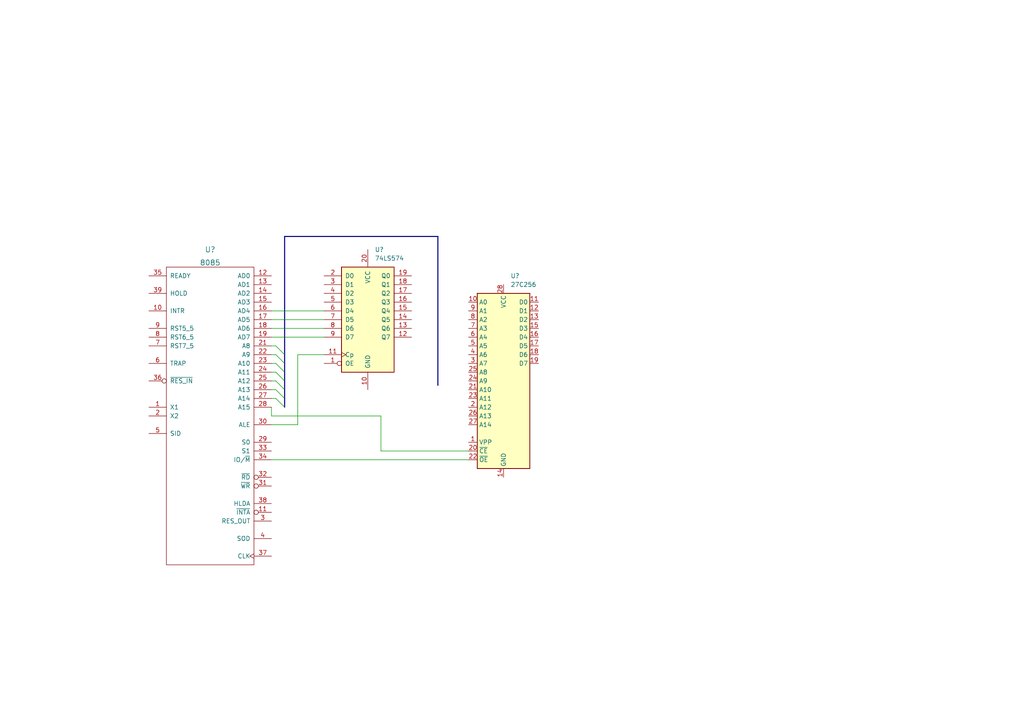
<source format=kicad_sch>
(kicad_sch (version 20211123) (generator eeschema)
  (paper "A4")
  (lib_symbols
    (symbol "74xx:74LS574" (pin_names (offset 1.016))
      (property "Reference" "U" (at -7.62 16.51 0))
      (property "Value" "74LS574" (at -7.62 -16.51 0))
      (symbol "74LS574_1_0"
        (pin input inverted (at -12.7 -12.7 0) (length 5.08) (name "OE") (number "1"))
        (pin power_in line (at 0 -20.32 90) (length 5.08) (name "GND") (number "10"))
        (pin input clock (at -12.7 -10.16 0) (length 5.08) (name "Cp") (number "11"))
        (pin tri_state line (at 12.7 -5.08 180) (length 5.08) (name "Q7") (number "12"))
        (pin tri_state line (at 12.7 -2.54 180) (length 5.08) (name "Q6") (number "13"))
        (pin tri_state line (at 12.7 0 180) (length 5.08) (name "Q5") (number "14"))
        (pin tri_state line (at 12.7 2.54 180) (length 5.08) (name "Q4") (number "15"))
        (pin tri_state line (at 12.7 5.08 180) (length 5.08) (name "Q3") (number "16"))
        (pin tri_state line (at 12.7 7.62 180) (length 5.08) (name "Q2") (number "17"))
        (pin tri_state line (at 12.7 10.16 180) (length 5.08) (name "Q1") (number "18"))
        (pin tri_state line (at 12.7 12.7 180) (length 5.08) (name "Q0") (number "19"))
        (pin input line (at -12.7 12.7 0) (length 5.08) (name "D0") (number "2"))
        (pin power_in line (at 0 20.32 270) (length 5.08) (name "VCC") (number "20"))
        (pin input line (at -12.7 10.16 0) (length 5.08) (name "D1") (number "3"))
        (pin input line (at -12.7 7.62 0) (length 5.08) (name "D2") (number "4"))
        (pin input line (at -12.7 5.08 0) (length 5.08) (name "D3") (number "5"))
        (pin input line (at -12.7 2.54 0) (length 5.08) (name "D4") (number "6"))
        (pin input line (at -12.7 0 0) (length 5.08) (name "D5") (number "7"))
        (pin input line (at -12.7 -2.54 0) (length 5.08) (name "D6") (number "8"))
        (pin input line (at -12.7 -5.08 0) (length 5.08) (name "D7") (number "9"))
      )
      (symbol "74LS574_1_1"
        (rectangle (start -7.62 15.24) (end 7.62 -15.24) (stroke (width 0.254)) (fill (type background)))
      )
    )
    (symbol "8085:8085" (pin_names (offset 1.016))
      (property "Reference" "U" (at -12.7 44.45 0))
      (property "Value" "8085" (at -12.7 -44.45 0))
      (symbol "8085_0_1"
        (rectangle (start -12.7 43.18) (end 12.7 -43.18))
      )
      (symbol "8085_1_1"
        (pin input line (at -17.78 2.54 0) (length 5.08) (name "X1") (number "1"))
        (pin input line (at -17.78 30.48 0) (length 5.08) (name "INTR") (number "10"))
        (pin output inverted (at 17.78 -27.94 180) (length 5.08) (name "~{INTA}") (number "11"))
        (pin tri_state line (at 17.78 40.64 180) (length 5.08) (name "AD0") (number "12"))
        (pin tri_state line (at 17.78 38.1 180) (length 5.08) (name "AD1") (number "13"))
        (pin tri_state line (at 17.78 35.56 180) (length 5.08) (name "AD2") (number "14"))
        (pin tri_state line (at 17.78 33.02 180) (length 5.08) (name "AD3") (number "15"))
        (pin tri_state line (at 17.78 30.48 180) (length 5.08) (name "AD4") (number "16"))
        (pin tri_state line (at 17.78 27.94 180) (length 5.08) (name "AD5") (number "17"))
        (pin tri_state line (at 17.78 25.4 180) (length 5.08) (name "AD6") (number "18"))
        (pin tri_state line (at 17.78 22.86 180) (length 5.08) (name "AD7") (number "19"))
        (pin input line (at -17.78 0 0) (length 5.08) (name "X2") (number "2"))
        (pin power_in line (at 0 -43.18 90) (length 0) hide (name "GND") (number "20"))
        (pin tri_state line (at 17.78 20.32 180) (length 5.08) (name "A8") (number "21"))
        (pin tri_state line (at 17.78 17.78 180) (length 5.08) (name "A9") (number "22"))
        (pin tri_state line (at 17.78 15.24 180) (length 5.08) (name "A10") (number "23"))
        (pin tri_state line (at 17.78 12.7 180) (length 5.08) (name "A11") (number "24"))
        (pin tri_state line (at 17.78 10.16 180) (length 5.08) (name "A12") (number "25"))
        (pin tri_state line (at 17.78 7.62 180) (length 5.08) (name "A13") (number "26"))
        (pin tri_state line (at 17.78 5.08 180) (length 5.08) (name "A14") (number "27"))
        (pin tri_state line (at 17.78 2.54 180) (length 5.08) (name "A15") (number "28"))
        (pin output line (at 17.78 -7.62 180) (length 5.08) (name "S0") (number "29"))
        (pin output line (at 17.78 -30.48 180) (length 5.08) (name "RES_OUT") (number "3"))
        (pin output line (at 17.78 -2.54 180) (length 5.08) (name "ALE") (number "30"))
        (pin output inverted (at 17.78 -20.32 180) (length 5.08) (name "~{WR}") (number "31"))
        (pin output inverted (at 17.78 -17.78 180) (length 5.08) (name "~{RD}") (number "32"))
        (pin output line (at 17.78 -10.16 180) (length 5.08) (name "S1") (number "33"))
        (pin output line (at 17.78 -12.7 180) (length 5.08) (name "IO/~{M}") (number "34"))
        (pin input line (at -17.78 40.64 0) (length 5.08) (name "READY") (number "35"))
        (pin input inverted (at -17.78 10.16 0) (length 5.08) (name "~{RES_IN}") (number "36"))
        (pin output clock (at 17.78 -40.64 180) (length 5.08) (name "CLK") (number "37"))
        (pin output line (at 17.78 -25.4 180) (length 5.08) (name "HLDA") (number "38"))
        (pin input line (at -17.78 35.56 0) (length 5.08) (name "HOLD") (number "39"))
        (pin output line (at 17.78 -35.56 180) (length 5.08) (name "SOD") (number "4"))
        (pin power_in line (at 0 43.18 270) (length 0) hide (name "VCC") (number "40"))
        (pin input line (at -17.78 -5.08 0) (length 5.08) (name "SID") (number "5"))
        (pin input line (at -17.78 15.24 0) (length 5.08) (name "TRAP") (number "6"))
        (pin input line (at -17.78 20.32 0) (length 5.08) (name "RST7_5") (number "7"))
        (pin input line (at -17.78 22.86 0) (length 5.08) (name "RST6_5") (number "8"))
        (pin input line (at -17.78 25.4 0) (length 5.08) (name "RST5_5") (number "9"))
      )
    )
    (symbol "Memory_EPROM:27C256"
      (property "Reference" "U" (at -7.62 26.67 0))
      (property "Value" "27C256" (at 2.54 -26.67 0))
      (symbol "27C256_1_1"
        (rectangle (start -7.62 25.4) (end 7.62 -25.4) (stroke (width 0.254)) (fill (type background)))
        (pin input line (at -10.16 -17.78 0) (length 2.54) (name "VPP") (number "1"))
        (pin input line (at -10.16 22.86 0) (length 2.54) (name "A0") (number "10"))
        (pin tri_state line (at 10.16 22.86 180) (length 2.54) (name "D0") (number "11"))
        (pin tri_state line (at 10.16 20.32 180) (length 2.54) (name "D1") (number "12"))
        (pin tri_state line (at 10.16 17.78 180) (length 2.54) (name "D2") (number "13"))
        (pin power_in line (at 0 -27.94 90) (length 2.54) (name "GND") (number "14"))
        (pin tri_state line (at 10.16 15.24 180) (length 2.54) (name "D3") (number "15"))
        (pin tri_state line (at 10.16 12.7 180) (length 2.54) (name "D4") (number "16"))
        (pin tri_state line (at 10.16 10.16 180) (length 2.54) (name "D5") (number "17"))
        (pin tri_state line (at 10.16 7.62 180) (length 2.54) (name "D6") (number "18"))
        (pin tri_state line (at 10.16 5.08 180) (length 2.54) (name "D7") (number "19"))
        (pin input line (at -10.16 -7.62 0) (length 2.54) (name "A12") (number "2"))
        (pin input line (at -10.16 -20.32 0) (length 2.54) (name "~{CE}") (number "20"))
        (pin input line (at -10.16 -2.54 0) (length 2.54) (name "A10") (number "21"))
        (pin input line (at -10.16 -22.86 0) (length 2.54) (name "~{OE}") (number "22"))
        (pin input line (at -10.16 -5.08 0) (length 2.54) (name "A11") (number "23"))
        (pin input line (at -10.16 0 0) (length 2.54) (name "A9") (number "24"))
        (pin input line (at -10.16 2.54 0) (length 2.54) (name "A8") (number "25"))
        (pin input line (at -10.16 -10.16 0) (length 2.54) (name "A13") (number "26"))
        (pin input line (at -10.16 -12.7 0) (length 2.54) (name "A14") (number "27"))
        (pin power_in line (at 0 27.94 270) (length 2.54) (name "VCC") (number "28"))
        (pin input line (at -10.16 5.08 0) (length 2.54) (name "A7") (number "3"))
        (pin input line (at -10.16 7.62 0) (length 2.54) (name "A6") (number "4"))
        (pin input line (at -10.16 10.16 0) (length 2.54) (name "A5") (number "5"))
        (pin input line (at -10.16 12.7 0) (length 2.54) (name "A4") (number "6"))
        (pin input line (at -10.16 15.24 0) (length 2.54) (name "A3") (number "7"))
        (pin input line (at -10.16 17.78 0) (length 2.54) (name "A2") (number "8"))
        (pin input line (at -10.16 20.32 0) (length 2.54) (name "A1") (number "9"))
      )
    )
  )
  (bus_entry (at 80.01 105.41) (size 2.54 2.54))
  (bus_entry (at 80.01 110.49) (size 2.54 2.54))
  (bus_entry (at 80.01 113.03) (size 2.54 2.54))
  (bus_entry (at 80.01 107.95) (size 2.54 2.54))
  (bus_entry (at 80.01 100.33) (size 2.54 2.54))
  (bus_entry (at 80.01 115.57) (size 2.54 2.54))
  (bus_entry (at 80.01 102.87) (size 2.54 2.54))
  (bus (pts (xy 127 68.58) (xy 127 111.76)))
  (wire (pts (xy 78.74 107.95) (xy 80.01 107.95)))
  (bus (pts (xy 82.55 102.87) (xy 82.55 68.58)))
  (wire (pts (xy 78.74 95.25) (xy 93.98 95.25)))
  (wire (pts (xy 78.74 113.03) (xy 80.01 113.03)))
  (wire (pts (xy 78.74 90.17) (xy 93.98 90.17)))
  (wire (pts (xy 78.74 105.41) (xy 80.01 105.41)))
  (bus (pts (xy 82.55 113.03) (xy 82.55 110.49)))
  (wire (pts (xy 86.36 102.87) (xy 93.98 102.87)))
  (wire (pts (xy 78.74 100.33) (xy 80.01 100.33)))
  (wire (pts (xy 110.49 130.81) (xy 135.89 130.81)))
  (wire (pts (xy 78.74 118.11) (xy 78.74 120.65)))
  (bus (pts (xy 82.55 115.57) (xy 82.55 113.03)))
  (wire (pts (xy 78.74 123.19) (xy 86.36 123.19)))
  (wire (pts (xy 78.74 120.65) (xy 110.49 120.65)))
  (wire (pts (xy 78.74 115.57) (xy 80.01 115.57)))
  (wire (pts (xy 78.74 133.35) (xy 135.89 133.35)))
  (wire (pts (xy 78.74 110.49) (xy 80.01 110.49)))
  (wire (pts (xy 78.74 97.79) (xy 93.98 97.79)))
  (bus (pts (xy 82.55 68.58) (xy 127 68.58)))
  (wire (pts (xy 86.36 123.19) (xy 86.36 102.87)))
  (bus (pts (xy 82.55 115.57) (xy 82.55 118.11)))
  (wire (pts (xy 78.74 102.87) (xy 80.01 102.87)))
  (wire (pts (xy 110.49 120.65) (xy 110.49 130.81)))
  (bus (pts (xy 82.55 110.49) (xy 82.55 107.95)))
  (wire (pts (xy 78.74 92.71) (xy 93.98 92.71)))
  (bus (pts (xy 82.55 107.95) (xy 82.55 105.41)))
  (bus (pts (xy 82.55 105.41) (xy 82.55 102.87)))
  (symbol (lib_id "Memory_EPROM:27C256") (at 146.05 110.49 0) (unit 1)
    (property "Reference" "U?" (at 148.0694 80.01 0) (effects (justify left)))
    (property "Value" "27C256" (at 148.0694 82.55 0) (effects (justify left)))
    (property "Footprint" "Package_DIP:DIP-28_W15.24mm" (effects hide))
    (property "Datasheet" "http://ww1.microchip.com/downloads/en/DeviceDoc/doc0014.pdf" (effects hide))
  )
  (symbol (lib_id "8085:8085") (at 60.96 120.65 0) (unit 1)
    (property "Reference" "U?" (at 60.96 72.39 0) (effects (font (size 1.524 1.524))))
    (property "Value" "8085" (at 60.96 76.2 0) (effects (font (size 1.524 1.524))))
  )
  (symbol (lib_id "74xx:74LS574") (at 106.68 92.71 0) (unit 1)
    (property "Reference" "U?" (at 108.6994 72.39 0) (effects (justify left)))
    (property "Value" "74LS574" (at 108.6994 74.93 0) (effects (justify left)))
    (property "Datasheet" "http://www.ti.com/lit/gpn/sn74LS574" (effects hide))
  )
)
</source>
